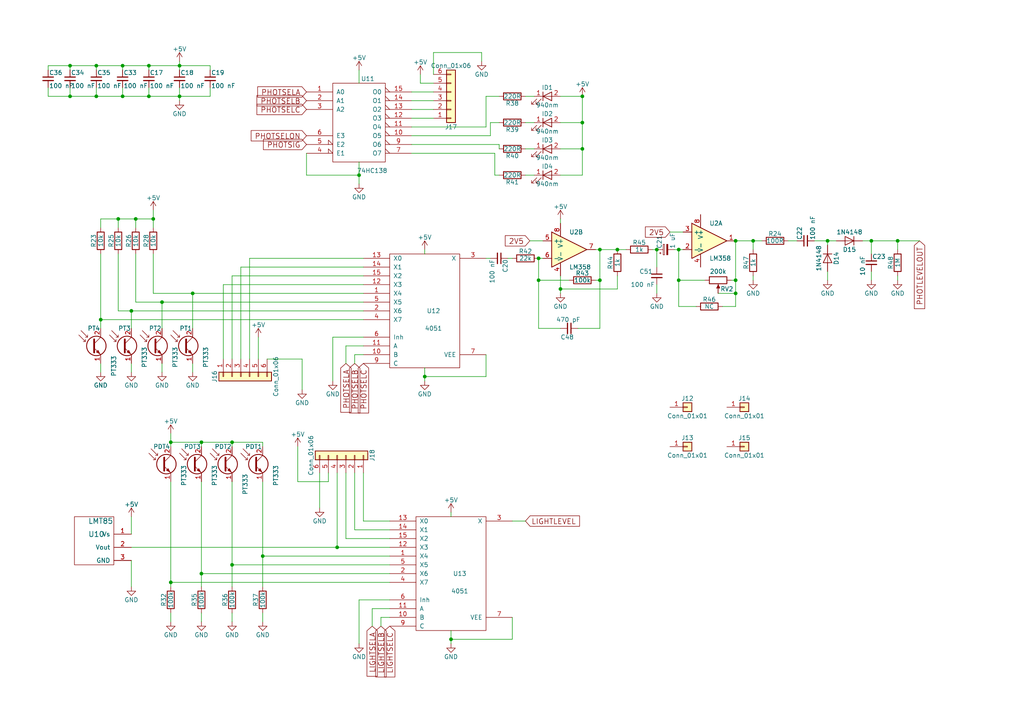
<source format=kicad_sch>
(kicad_sch (version 20230121) (generator eeschema)
  (paper "A4")
  (lib_symbols
    (symbol "ControlBoard-rescue:+5V" (power) (pin_names (offset 0))
      (property "Value" "+5V" (at 0 3.556 0))
      (symbol "+5V_0_1"
        (polyline (pts (xy -0.762 1.27) (xy 0 2.54)))
        (polyline (pts (xy 0 0) (xy 0 2.54)))
        (polyline (pts (xy 0 2.54) (xy 0.762 1.27)))
      )
      (symbol "+5V_1_1"
        (pin power_in line (at 0 0 90) (length 0) hide (name "+5V") (number "1"))
      )
    )
    (symbol "ControlBoard-rescue:4051" (pin_names (offset 1.016))
      (property "Reference" "U" (at 2.54 0 0))
      (property "Value" "4051" (at 2.54 -5.08 0))
      (symbol "4051_0_0"
        (pin power_in line (at 0 16.51 270) (length 0) hide (name "VDD") (number "16"))
        (pin power_in line (at 0 -16.51 90) (length 0) hide (name "VSS") (number "8"))
      )
      (symbol "4051_0_1"
        (rectangle (start -10.16 16.51) (end 10.16 -16.51))
      )
      (symbol "4051_1_1"
        (pin passive line (at -17.78 5.08 0) (length 7.62) (name "X4") (number "1"))
        (pin input line (at -17.78 -12.7 0) (length 7.62) (name "B") (number "10"))
        (pin input line (at -17.78 -10.16 0) (length 7.62) (name "A") (number "11"))
        (pin passive line (at -17.78 7.62 0) (length 7.62) (name "X3") (number "12"))
        (pin passive line (at -17.78 15.24 0) (length 7.62) (name "X0") (number "13"))
        (pin passive line (at -17.78 12.7 0) (length 7.62) (name "X1") (number "14"))
        (pin passive line (at -17.78 10.16 0) (length 7.62) (name "X2") (number "15"))
        (pin passive line (at -17.78 0 0) (length 7.62) (name "X6") (number "2"))
        (pin passive line (at 17.78 15.24 180) (length 7.62) (name "X") (number "3"))
        (pin passive line (at -17.78 -2.54 0) (length 7.62) (name "X7") (number "4"))
        (pin passive line (at -17.78 2.54 0) (length 7.62) (name "X5") (number "5"))
        (pin input line (at -17.78 -7.62 0) (length 7.62) (name "Inh") (number "6"))
        (pin power_in line (at 17.78 -12.7 180) (length 7.62) (name "VEE") (number "7"))
        (pin input line (at -17.78 -15.24 0) (length 7.62) (name "C") (number "9"))
      )
    )
    (symbol "ControlBoard-rescue:74LS138" (pin_names (offset 1.016))
      (property "Reference" "U" (at 2.54 12.7 0))
      (property "Value" "74LS138" (at 3.81 -13.9446 0))
      (symbol "74LS138_0_1"
        (rectangle (start -7.62 11.43) (end 7.62 -11.43))
      )
      (symbol "74LS138_1_1"
        (pin input line (at -15.24 8.89 0) (length 7.62) (name "A0") (number "1"))
        (pin output output_low (at 15.24 -3.81 180) (length 7.62) (name "O5") (number "10"))
        (pin output output_low (at 15.24 -1.27 180) (length 7.62) (name "O4") (number "11"))
        (pin output output_low (at 15.24 1.27 180) (length 7.62) (name "O3") (number "12"))
        (pin output output_low (at 15.24 3.81 180) (length 7.62) (name "O2") (number "13"))
        (pin output output_low (at 15.24 6.35 180) (length 7.62) (name "O1") (number "14"))
        (pin output output_low (at 15.24 8.89 180) (length 7.62) (name "O0") (number "15"))
        (pin power_in line (at 0 11.43 270) (length 0) hide (name "VCC") (number "16"))
        (pin input line (at -15.24 6.35 0) (length 7.62) (name "A1") (number "2"))
        (pin input line (at -15.24 3.81 0) (length 7.62) (name "A2") (number "3"))
        (pin input input_low (at -15.24 -8.89 0) (length 7.62) (name "E1") (number "4"))
        (pin input input_low (at -15.24 -6.35 0) (length 7.62) (name "E2") (number "5"))
        (pin input line (at -15.24 -3.81 0) (length 7.62) (name "E3") (number "6"))
        (pin output output_low (at 15.24 -8.89 180) (length 7.62) (name "O7") (number "7"))
        (pin power_in line (at 0 -11.43 90) (length 0) hide (name "GND") (number "8"))
        (pin output output_low (at 15.24 -6.35 180) (length 7.62) (name "O6") (number "9"))
      )
    )
    (symbol "ControlBoard-rescue:CP_Small" (pin_numbers hide) (pin_names (offset 0.254) hide)
      (property "Reference" "C" (at 0.254 1.778 0))
      (property "Value" "CP_Small" (at 0.254 -2.032 0))
      (symbol "CP_Small_0_1"
        (rectangle (start -1.524 -0.3048) (end 1.524 -0.6858) (fill (type outline)))
        (rectangle (start -1.524 0.6858) (end 1.524 0.3048))
        (polyline (pts (xy -1.27 1.524) (xy -0.762 1.524)))
        (polyline (pts (xy -1.016 1.27) (xy -1.016 1.778)))
      )
      (symbol "CP_Small_1_1"
        (pin passive line (at 0 2.54 270) (length 1.8542) (name "~") (number "1"))
        (pin passive line (at 0 -2.54 90) (length 1.8542) (name "~") (number "2"))
      )
    )
    (symbol "ControlBoard-rescue:C_Small" (pin_numbers hide) (pin_names (offset 0.254) hide)
      (property "Reference" "C" (at 0.254 1.778 0))
      (property "Value" "C_Small" (at 0.254 -2.032 0))
      (symbol "C_Small_0_1"
        (polyline (pts (xy -1.524 -0.508) (xy 1.524 -0.508)) (stroke (width 0.3302)))
        (polyline (pts (xy -1.524 0.508) (xy 1.524 0.508)) (stroke (width 0.3048)))
      )
      (symbol "C_Small_1_1"
        (pin passive line (at 0 2.54 270) (length 2.032) (name "~") (number "1"))
        (pin passive line (at 0 -2.54 90) (length 2.032) (name "~") (number "2"))
      )
    )
    (symbol "ControlBoard-rescue:Conn_01x01" (pin_names (offset 1.016) hide)
      (property "Reference" "J" (at 0 2.54 0))
      (property "Value" "Conn_01x01" (at 0 -2.54 0))
      (symbol "Conn_01x01_1_1"
        (rectangle (start -1.27 0.127) (end 0 -0.127) (stroke (width 0.1524)))
        (rectangle (start -1.27 1.27) (end 1.27 -1.27) (stroke (width 0.254)) (fill (type background)))
        (pin passive line (at -5.08 0 0) (length 3.81) (name "Pin_1") (number "1"))
      )
    )
    (symbol "ControlBoard-rescue:Conn_01x06" (pin_names (offset 1.016) hide)
      (property "Reference" "J" (at 0 7.62 0))
      (property "Value" "Conn_01x06" (at 0 -10.16 0))
      (symbol "Conn_01x06_1_1"
        (rectangle (start -1.27 -7.493) (end 0 -7.747) (stroke (width 0.1524)))
        (rectangle (start -1.27 -4.953) (end 0 -5.207) (stroke (width 0.1524)))
        (rectangle (start -1.27 -2.413) (end 0 -2.667) (stroke (width 0.1524)))
        (rectangle (start -1.27 0.127) (end 0 -0.127) (stroke (width 0.1524)))
        (rectangle (start -1.27 2.667) (end 0 2.413) (stroke (width 0.1524)))
        (rectangle (start -1.27 5.207) (end 0 4.953) (stroke (width 0.1524)))
        (rectangle (start -1.27 6.35) (end 1.27 -8.89) (stroke (width 0.254)) (fill (type background)))
        (pin passive line (at -5.08 5.08 0) (length 3.81) (name "Pin_1") (number "1"))
        (pin passive line (at -5.08 2.54 0) (length 3.81) (name "Pin_2") (number "2"))
        (pin passive line (at -5.08 0 0) (length 3.81) (name "Pin_3") (number "3"))
        (pin passive line (at -5.08 -2.54 0) (length 3.81) (name "Pin_4") (number "4"))
        (pin passive line (at -5.08 -5.08 0) (length 3.81) (name "Pin_5") (number "5"))
        (pin passive line (at -5.08 -7.62 0) (length 3.81) (name "Pin_6") (number "6"))
      )
    )
    (symbol "ControlBoard-rescue:D" (pin_numbers hide) (pin_names (offset 1.016) hide)
      (property "Reference" "D" (at 0 2.54 0))
      (property "Value" "D" (at 0 -2.54 0))
      (symbol "D_0_1"
        (polyline (pts (xy -1.27 1.27) (xy -1.27 -1.27)) (stroke (width 0.2032)))
        (polyline (pts (xy 1.27 0) (xy -1.27 0)))
        (polyline (pts (xy 1.27 1.27) (xy 1.27 -1.27) (xy -1.27 0) (xy 1.27 1.27)) (stroke (width 0.2032)))
      )
      (symbol "D_1_1"
        (pin passive line (at -3.81 0 0) (length 2.54) (name "K") (number "1"))
        (pin passive line (at 3.81 0 180) (length 2.54) (name "A") (number "2"))
      )
    )
    (symbol "ControlBoard-rescue:GND" (power) (pin_names (offset 0))
      (property "Value" "GND" (at 0 -3.81 0))
      (symbol "GND_0_1"
        (polyline (pts (xy 0 0) (xy 0 -1.27) (xy 1.27 -1.27) (xy 0 -2.54) (xy -1.27 -1.27) (xy 0 -1.27)))
      )
      (symbol "GND_1_1"
        (pin power_in line (at 0 0 270) (length 0) hide (name "GND") (number "1"))
      )
    )
    (symbol "ControlBoard-rescue:LED" (pin_names (offset 1.016) hide)
      (property "Reference" "D" (at 0 2.54 0))
      (property "Value" "LED" (at 0 -2.54 0))
      (symbol "LED_0_1"
        (polyline (pts (xy -1.27 -1.27) (xy -1.27 1.27)) (stroke (width 0.2032)))
        (polyline (pts (xy -1.27 0) (xy 1.27 0)))
        (polyline (pts (xy 1.27 -1.27) (xy 1.27 1.27) (xy -1.27 0) (xy 1.27 -1.27)) (stroke (width 0.2032)))
        (polyline (pts (xy -3.048 -0.762) (xy -4.572 -2.286) (xy -3.81 -2.286) (xy -4.572 -2.286) (xy -4.572 -1.524)))
        (polyline (pts (xy -1.778 -0.762) (xy -3.302 -2.286) (xy -2.54 -2.286) (xy -3.302 -2.286) (xy -3.302 -1.524)))
      )
      (symbol "LED_1_1"
        (pin passive line (at -3.81 0 0) (length 2.54) (name "K") (number "1"))
        (pin passive line (at 3.81 0 180) (length 2.54) (name "A") (number "2"))
      )
    )
    (symbol "ControlBoard-rescue:LM358"
      (property "Reference" "U" (at 0 5.08 0))
      (property "Value" "LM358" (at 0 -5.08 0))
      (symbol "LM358_0_1"
        (polyline (pts (xy -5.08 5.08) (xy 5.08 0) (xy -5.08 -5.08) (xy -5.08 5.08)) (stroke (width 0.254)) (fill (type background)))
        (pin power_in line (at -2.54 -7.62 90) (length 3.81) (name "V-") (number "4"))
        (pin power_in line (at -2.54 7.62 270) (length 3.81) (name "V+") (number "8"))
      )
      (symbol "LM358_1_1"
        (pin output line (at 7.62 0 180) (length 2.54) (name "~") (number "1"))
        (pin input line (at -7.62 -2.54 0) (length 2.54) (name "-") (number "2"))
        (pin input line (at -7.62 2.54 0) (length 2.54) (name "+") (number "3"))
      )
      (symbol "LM358_2_1"
        (pin input line (at -7.62 2.54 0) (length 2.54) (name "+") (number "5"))
        (pin input line (at -7.62 -2.54 0) (length 2.54) (name "-") (number "6"))
        (pin output line (at 7.62 0 180) (length 2.54) (name "~") (number "7"))
      )
    )
    (symbol "ControlBoard-rescue:POT" (pin_numbers hide) (pin_names (offset 1.016) hide)
      (property "Reference" "RV" (at -4.445 0 90))
      (property "Value" "POT" (at -2.54 0 90))
      (symbol "POT_0_1"
        (polyline (pts (xy 2.54 0) (xy 1.524 0)))
        (polyline (pts (xy 1.143 0) (xy 2.286 0.508) (xy 2.286 -0.508)) (fill (type outline)))
        (rectangle (start 1.016 2.54) (end -1.016 -2.54) (stroke (width 0.254)))
      )
      (symbol "POT_1_1"
        (pin passive line (at 0 3.81 270) (length 1.27) (name "1") (number "1"))
        (pin passive line (at 3.81 0 180) (length 1.27) (name "2") (number "2"))
        (pin passive line (at 0 -3.81 90) (length 1.27) (name "3") (number "3"))
      )
    )
    (symbol "ControlBoard-rescue:Q_Photo_NPN_EC" (pin_names (offset 0) hide)
      (property "Reference" "Q" (at 5.08 1.27 0))
      (property "Value" "Q_Photo_NPN_EC" (at 5.08 -1.27 0))
      (symbol "Q_Photo_NPN_EC_0_1"
        (polyline (pts (xy -1.905 1.27) (xy -2.54 1.27)))
        (polyline (pts (xy -1.27 2.54) (xy -1.905 2.54)))
        (polyline (pts (xy 0.635 0.635) (xy 2.54 2.54)))
        (polyline (pts (xy -3.81 3.175) (xy -1.905 1.27) (xy -1.905 1.905)))
        (polyline (pts (xy -3.175 4.445) (xy -1.27 2.54) (xy -1.27 3.175)))
        (polyline (pts (xy 0.635 -0.635) (xy 2.54 -2.54) (xy 2.54 -2.54)))
        (polyline (pts (xy 0.635 1.905) (xy 0.635 -1.905) (xy 0.635 -1.905)) (stroke (width 0.508)))
        (polyline (pts (xy 1.27 -1.778) (xy 1.778 -1.27) (xy 2.286 -2.286) (xy 1.27 -1.778) (xy 1.27 -1.778)) (fill (type outline)))
        (circle (center 1.27 0) (radius 2.8194) (stroke (width 0.254)))
      )
      (symbol "Q_Photo_NPN_EC_1_1"
        (pin passive line (at 2.54 -5.08 90) (length 2.54) (name "E") (number "1"))
        (pin passive line (at 2.54 5.08 270) (length 2.54) (name "C") (number "2"))
      )
    )
    (symbol "ControlBoard-rescue:R" (pin_numbers hide) (pin_names (offset 0))
      (property "Reference" "R" (at 2.032 0 90))
      (property "Value" "R" (at 0 0 90))
      (symbol "R_0_1"
        (rectangle (start -1.016 -2.54) (end 1.016 2.54) (stroke (width 0.254)))
      )
      (symbol "R_1_1"
        (pin passive line (at 0 3.81 270) (length 1.27) (name "~") (number "1"))
        (pin passive line (at 0 -3.81 90) (length 1.27) (name "~") (number "2"))
      )
    )
    (symbol "lm35:LM35" (pin_names (offset 1.016))
      (property "Reference" "U" (at -5.08 -2.54 0))
      (property "Value" "LM35" (at -6.35 1.27 0))
      (symbol "LM35_0_1"
        (rectangle (start -10.16 2.54) (end 1.27 -11.43))
      )
      (symbol "LM35_1_1"
        (pin input line (at -15.24 -2.54 0) (length 5.08) (name "Vs") (number "1"))
        (pin input line (at -15.24 -6.35 0) (length 5.08) (name "Vout") (number "2"))
        (pin input line (at -15.24 -10.16 0) (length 5.08) (name "GND") (number "3"))
      )
    )
  )
  (junction (at 190.5 72.39))
  (junction (at 218.44 69.85))
  (junction (at 35.56 19.05))
  (junction (at 67.31 163.83))
  (junction (at 46.99 87.63))
  (junction (at 213.36 69.85))
  (junction (at 213.36 85.09))
  (junction (at 44.45 63.5))
  (junction (at 260.35 69.85))
  (junction (at 34.29 63.5))
  (junction (at 52.07 19.05))
  (junction (at 55.88 85.09))
  (junction (at 123.19 109.22))
  (junction (at 49.53 128.27))
  (junction (at 168.91 35.56))
  (junction (at 173.99 72.39))
  (junction (at 35.56 27.94))
  (junction (at 240.03 69.85))
  (junction (at 76.2 161.29))
  (junction (at 168.91 27.94))
  (junction (at 58.42 166.37))
  (junction (at 49.53 168.91))
  (junction (at 196.85 72.39))
  (junction (at 27.94 27.94))
  (junction (at 58.42 128.27))
  (junction (at 156.21 74.93))
  (junction (at 196.85 81.28))
  (junction (at 27.94 19.05))
  (junction (at 39.37 63.5))
  (junction (at 20.32 19.05))
  (junction (at 67.31 128.27))
  (junction (at 104.14 50.8))
  (junction (at 43.18 19.05))
  (junction (at 162.56 83.82))
  (junction (at 213.36 81.28))
  (junction (at 173.99 81.28))
  (junction (at 38.1 90.17))
  (junction (at 179.07 72.39))
  (junction (at 20.32 27.94))
  (junction (at 168.91 43.18))
  (junction (at 156.21 81.28))
  (junction (at 52.07 27.94))
  (junction (at 43.18 27.94))
  (junction (at 29.21 92.71))
  (junction (at 252.73 69.85))
  (junction (at 130.81 185.42))
  (junction (at 97.79 158.75))
  (wire (pts (xy 142.24 74.93) (xy 140.97 74.93)))
  (wire (pts (xy 67.31 80.01) (xy 105.41 80.01)))
  (wire (pts (xy 107.95 176.53) (xy 113.03 176.53)))
  (wire (pts (xy 52.07 27.94) (xy 52.07 29.21)))
  (wire (pts (xy 168.91 43.18) (xy 168.91 50.8)))
  (wire (pts (xy 44.45 85.09) (xy 55.88 85.09)))
  (wire (pts (xy 35.56 27.94) (xy 43.18 27.94)))
  (wire (pts (xy 153.67 69.85) (xy 157.48 69.85)))
  (wire (pts (xy 152.4 151.13) (xy 148.59 151.13)))
  (wire (pts (xy 29.21 73.66) (xy 29.21 92.71)))
  (wire (pts (xy 104.14 186.69) (xy 104.14 173.99)))
  (wire (pts (xy 95.25 137.16) (xy 95.25 139.7)))
  (wire (pts (xy 110.49 181.61) (xy 110.49 179.07)))
  (wire (pts (xy 60.96 27.94) (xy 60.96 25.4)))
  (wire (pts (xy 49.53 180.34) (xy 49.53 177.8)))
  (wire (pts (xy 162.56 63.5) (xy 162.56 64.77)))
  (wire (pts (xy 72.39 74.93) (xy 105.41 74.93)))
  (wire (pts (xy 52.07 25.4) (xy 52.07 27.94)))
  (wire (pts (xy 46.99 107.95) (xy 46.99 105.41)))
  (wire (pts (xy 260.35 69.85) (xy 266.7 69.85)))
  (wire (pts (xy 121.92 21.59) (xy 121.92 24.13)))
  (wire (pts (xy 35.56 19.05) (xy 43.18 19.05)))
  (wire (pts (xy 13.97 20.32) (xy 13.97 19.05)))
  (wire (pts (xy 49.53 128.27) (xy 58.42 128.27)))
  (wire (pts (xy 96.52 97.79) (xy 105.41 97.79)))
  (wire (pts (xy 67.31 139.7) (xy 67.31 163.83)))
  (wire (pts (xy 143.51 44.45) (xy 143.51 50.8)))
  (wire (pts (xy 213.36 81.28) (xy 212.09 81.28)))
  (wire (pts (xy 102.87 137.16) (xy 102.87 153.67)))
  (wire (pts (xy 165.1 81.28) (xy 156.21 81.28)))
  (wire (pts (xy 52.07 19.05) (xy 52.07 20.32)))
  (wire (pts (xy 123.19 109.22) (xy 123.19 110.49)))
  (wire (pts (xy 119.38 44.45) (xy 143.51 44.45)))
  (wire (pts (xy 190.5 72.39) (xy 189.23 72.39)))
  (wire (pts (xy 250.19 69.85) (xy 252.73 69.85)))
  (wire (pts (xy 154.94 50.8) (xy 152.4 50.8)))
  (wire (pts (xy 29.21 92.71) (xy 105.41 92.71)))
  (wire (pts (xy 44.45 63.5) (xy 44.45 66.04)))
  (wire (pts (xy 67.31 180.34) (xy 67.31 177.8)))
  (wire (pts (xy 218.44 72.39) (xy 218.44 69.85)))
  (wire (pts (xy 142.24 35.56) (xy 144.78 35.56)))
  (wire (pts (xy 240.03 71.12) (xy 240.03 69.85)))
  (wire (pts (xy 13.97 19.05) (xy 20.32 19.05)))
  (wire (pts (xy 162.56 83.82) (xy 179.07 83.82)))
  (wire (pts (xy 27.94 27.94) (xy 35.56 27.94)))
  (wire (pts (xy 49.53 128.27) (xy 49.53 129.54)))
  (wire (pts (xy 58.42 166.37) (xy 58.42 170.18)))
  (wire (pts (xy 113.03 166.37) (xy 58.42 166.37)))
  (wire (pts (xy 46.99 95.25) (xy 46.99 87.63)))
  (wire (pts (xy 102.87 102.87) (xy 105.41 102.87)))
  (wire (pts (xy 162.56 83.82) (xy 162.56 85.09)))
  (wire (pts (xy 52.07 27.94) (xy 60.96 27.94)))
  (wire (pts (xy 35.56 20.32) (xy 35.56 19.05)))
  (wire (pts (xy 100.33 100.33) (xy 105.41 100.33)))
  (wire (pts (xy 140.97 102.87) (xy 140.97 109.22)))
  (wire (pts (xy 29.21 63.5) (xy 29.21 66.04)))
  (wire (pts (xy 64.77 82.55) (xy 64.77 104.14)))
  (wire (pts (xy 142.24 39.37) (xy 142.24 35.56)))
  (wire (pts (xy 168.91 43.18) (xy 162.56 43.18)))
  (wire (pts (xy 39.37 87.63) (xy 39.37 73.66)))
  (wire (pts (xy 190.5 77.47) (xy 190.5 72.39)))
  (wire (pts (xy 44.45 85.09) (xy 44.45 73.66)))
  (wire (pts (xy 123.19 106.68) (xy 123.19 109.22)))
  (wire (pts (xy 76.2 139.7) (xy 76.2 161.29)))
  (wire (pts (xy 168.91 35.56) (xy 168.91 43.18)))
  (wire (pts (xy 198.12 67.31) (xy 194.31 67.31)))
  (wire (pts (xy 119.38 39.37) (xy 142.24 39.37)))
  (wire (pts (xy 252.73 73.66) (xy 252.73 69.85)))
  (wire (pts (xy 38.1 90.17) (xy 105.41 90.17)))
  (wire (pts (xy 34.29 66.04) (xy 34.29 63.5)))
  (wire (pts (xy 105.41 151.13) (xy 113.03 151.13)))
  (wire (pts (xy 67.31 163.83) (xy 67.31 170.18)))
  (wire (pts (xy 179.07 72.39) (xy 181.61 72.39)))
  (wire (pts (xy 69.85 77.47) (xy 105.41 77.47)))
  (wire (pts (xy 168.91 27.94) (xy 162.56 27.94)))
  (wire (pts (xy 58.42 128.27) (xy 67.31 128.27)))
  (wire (pts (xy 55.88 85.09) (xy 105.41 85.09)))
  (wire (pts (xy 173.99 72.39) (xy 173.99 81.28)))
  (wire (pts (xy 168.91 50.8) (xy 162.56 50.8)))
  (wire (pts (xy 95.25 139.7) (xy 86.36 139.7)))
  (wire (pts (xy 196.85 81.28) (xy 196.85 88.9)))
  (wire (pts (xy 76.2 128.27) (xy 76.2 129.54)))
  (wire (pts (xy 20.32 27.94) (xy 27.94 27.94)))
  (wire (pts (xy 87.63 104.14) (xy 77.47 104.14)))
  (wire (pts (xy 173.99 95.25) (xy 167.64 95.25)))
  (wire (pts (xy 156.21 74.93) (xy 156.21 81.28)))
  (wire (pts (xy 162.56 80.01) (xy 162.56 83.82)))
  (wire (pts (xy 58.42 129.54) (xy 58.42 128.27)))
  (wire (pts (xy 148.59 185.42) (xy 130.81 185.42)))
  (wire (pts (xy 97.79 158.75) (xy 113.03 158.75)))
  (wire (pts (xy 240.03 69.85) (xy 242.57 69.85)))
  (wire (pts (xy 52.07 19.05) (xy 60.96 19.05)))
  (wire (pts (xy 130.81 185.42) (xy 130.81 186.69)))
  (wire (pts (xy 107.95 181.61) (xy 107.95 176.53)))
  (wire (pts (xy 20.32 25.4) (xy 20.32 27.94)))
  (wire (pts (xy 64.77 82.55) (xy 105.41 82.55)))
  (wire (pts (xy 140.97 27.94) (xy 144.78 27.94)))
  (wire (pts (xy 179.07 83.82) (xy 179.07 80.01)))
  (wire (pts (xy 110.49 179.07) (xy 113.03 179.07)))
  (wire (pts (xy 76.2 180.34) (xy 76.2 177.8)))
  (wire (pts (xy 29.21 107.95) (xy 29.21 105.41)))
  (wire (pts (xy 97.79 158.75) (xy 97.79 137.16)))
  (wire (pts (xy 140.97 36.83) (xy 140.97 27.94)))
  (wire (pts (xy 55.88 95.25) (xy 55.88 85.09)))
  (wire (pts (xy 125.73 21.59) (xy 125.73 15.24)))
  (wire (pts (xy 123.19 72.39) (xy 123.19 73.66)))
  (wire (pts (xy 86.36 139.7) (xy 86.36 129.54)))
  (wire (pts (xy 34.29 63.5) (xy 39.37 63.5)))
  (wire (pts (xy 139.7 15.24) (xy 139.7 17.78)))
  (wire (pts (xy 213.36 88.9) (xy 209.55 88.9)))
  (wire (pts (xy 102.87 153.67) (xy 113.03 153.67)))
  (wire (pts (xy 67.31 129.54) (xy 67.31 128.27)))
  (wire (pts (xy 58.42 139.7) (xy 58.42 166.37)))
  (wire (pts (xy 27.94 19.05) (xy 27.94 20.32)))
  (wire (pts (xy 88.9 44.45) (xy 88.9 50.8)))
  (wire (pts (xy 231.14 69.85) (xy 228.6 69.85)))
  (wire (pts (xy 154.94 27.94) (xy 152.4 27.94)))
  (wire (pts (xy 260.35 81.28) (xy 260.35 80.01)))
  (wire (pts (xy 252.73 69.85) (xy 260.35 69.85)))
  (wire (pts (xy 38.1 107.95) (xy 38.1 105.41)))
  (wire (pts (xy 252.73 81.28) (xy 252.73 78.74)))
  (wire (pts (xy 43.18 25.4) (xy 43.18 27.94)))
  (wire (pts (xy 196.85 72.39) (xy 198.12 72.39)))
  (wire (pts (xy 55.88 107.95) (xy 55.88 105.41)))
  (wire (pts (xy 173.99 81.28) (xy 172.72 81.28)))
  (wire (pts (xy 27.94 19.05) (xy 35.56 19.05)))
  (wire (pts (xy 213.36 85.09) (xy 213.36 88.9)))
  (wire (pts (xy 213.36 81.28) (xy 213.36 85.09)))
  (wire (pts (xy 157.48 74.93) (xy 156.21 74.93)))
  (wire (pts (xy 35.56 25.4) (xy 35.56 27.94)))
  (wire (pts (xy 102.87 105.41) (xy 102.87 102.87)))
  (wire (pts (xy 69.85 77.47) (xy 69.85 104.14)))
  (wire (pts (xy 173.99 72.39) (xy 179.07 72.39)))
  (wire (pts (xy 38.1 162.56) (xy 38.1 170.18)))
  (wire (pts (xy 260.35 69.85) (xy 260.35 72.39)))
  (wire (pts (xy 29.21 63.5) (xy 34.29 63.5)))
  (wire (pts (xy 87.63 113.03) (xy 87.63 104.14)))
  (wire (pts (xy 92.71 147.32) (xy 92.71 137.16)))
  (wire (pts (xy 204.47 81.28) (xy 196.85 81.28)))
  (wire (pts (xy 67.31 128.27) (xy 76.2 128.27)))
  (wire (pts (xy 100.33 137.16) (xy 100.33 156.21)))
  (wire (pts (xy 236.22 69.85) (xy 240.03 69.85)))
  (wire (pts (xy 154.94 35.56) (xy 152.4 35.56)))
  (wire (pts (xy 125.73 31.75) (xy 119.38 31.75)))
  (wire (pts (xy 20.32 19.05) (xy 27.94 19.05)))
  (wire (pts (xy 190.5 85.09) (xy 190.5 82.55)))
  (wire (pts (xy 34.29 90.17) (xy 38.1 90.17)))
  (wire (pts (xy 13.97 25.4) (xy 13.97 27.94)))
  (wire (pts (xy 156.21 95.25) (xy 162.56 95.25)))
  (wire (pts (xy 156.21 81.28) (xy 156.21 95.25)))
  (wire (pts (xy 240.03 81.28) (xy 240.03 78.74)))
  (wire (pts (xy 196.85 88.9) (xy 201.93 88.9)))
  (wire (pts (xy 125.73 34.29) (xy 119.38 34.29)))
  (wire (pts (xy 105.41 137.16) (xy 105.41 151.13)))
  (wire (pts (xy 39.37 63.5) (xy 44.45 63.5)))
  (wire (pts (xy 130.81 182.88) (xy 130.81 185.42)))
  (wire (pts (xy 49.53 139.7) (xy 49.53 168.91)))
  (wire (pts (xy 218.44 81.28) (xy 218.44 80.01)))
  (wire (pts (xy 13.97 27.94) (xy 20.32 27.94)))
  (wire (pts (xy 130.81 148.59) (xy 130.81 149.86)))
  (wire (pts (xy 195.58 72.39) (xy 196.85 72.39)))
  (wire (pts (xy 121.92 24.13) (xy 125.73 24.13)))
  (wire (pts (xy 49.53 168.91) (xy 49.53 170.18)))
  (wire (pts (xy 173.99 81.28) (xy 173.99 95.25)))
  (wire (pts (xy 38.1 95.25) (xy 38.1 90.17)))
  (wire (pts (xy 52.07 17.78) (xy 52.07 19.05)))
  (wire (pts (xy 67.31 80.01) (xy 67.31 104.14)))
  (wire (pts (xy 125.73 15.24) (xy 139.7 15.24)))
  (wire (pts (xy 39.37 66.04) (xy 39.37 63.5)))
  (wire (pts (xy 100.33 156.21) (xy 113.03 156.21)))
  (wire (pts (xy 168.91 27.94) (xy 168.91 35.56)))
  (wire (pts (xy 113.03 161.29) (xy 76.2 161.29)))
  (wire (pts (xy 119.38 36.83) (xy 140.97 36.83)))
  (wire (pts (xy 104.14 20.32) (xy 104.14 24.13)))
  (wire (pts (xy 168.91 35.56) (xy 162.56 35.56)))
  (wire (pts (xy 67.31 163.83) (xy 113.03 163.83)))
  (wire (pts (xy 113.03 168.91) (xy 49.53 168.91)))
  (wire (pts (xy 44.45 60.96) (xy 44.45 63.5)))
  (wire (pts (xy 104.14 173.99) (xy 113.03 173.99)))
  (wire (pts (xy 29.21 92.71) (xy 29.21 95.25)))
  (wire (pts (xy 218.44 69.85) (xy 220.98 69.85)))
  (wire (pts (xy 125.73 29.21) (xy 119.38 29.21)))
  (wire (pts (xy 43.18 20.32) (xy 43.18 19.05)))
  (wire (pts (xy 196.85 72.39) (xy 196.85 81.28)))
  (wire (pts (xy 96.52 110.49) (xy 96.52 97.79)))
  (wire (pts (xy 34.29 90.17) (xy 34.29 73.66)))
  (wire (pts (xy 20.32 19.05) (xy 20.32 20.32)))
  (wire (pts (xy 213.36 85.09) (xy 208.28 85.09)))
  (wire (pts (xy 43.18 19.05) (xy 52.07 19.05)))
  (wire (pts (xy 140.97 109.22) (xy 123.19 109.22)))
  (wire (pts (xy 38.1 149.86) (xy 38.1 154.94)))
  (wire (pts (xy 125.73 26.67) (xy 119.38 26.67)))
  (wire (pts (xy 46.99 87.63) (xy 105.41 87.63)))
  (wire (pts (xy 58.42 180.34) (xy 58.42 177.8)))
  (wire (pts (xy 60.96 19.05) (xy 60.96 20.32)))
  (wire (pts (xy 143.51 50.8) (xy 144.78 50.8)))
  (wire (pts (xy 39.37 87.63) (xy 46.99 87.63)))
  (wire (pts (xy 104.14 50.8) (xy 104.14 53.34)))
  (wire (pts (xy 172.72 72.39) (xy 173.99 72.39)))
  (wire (pts (xy 76.2 161.29) (xy 76.2 170.18)))
  (wire (pts (xy 38.1 158.75) (xy 97.79 158.75)))
  (wire (pts (xy 43.18 27.94) (xy 52.07 27.94)))
  (wire (pts (xy 148.59 74.93) (xy 147.32 74.93)))
  (wire (pts (xy 144.78 41.91) (xy 144.78 43.18)))
  (wire (pts (xy 154.94 43.18) (xy 152.4 43.18)))
  (wire (pts (xy 213.36 69.85) (xy 213.36 81.28)))
  (wire (pts (xy 88.9 50.8) (xy 104.14 50.8)))
  (wire (pts (xy 27.94 25.4) (xy 27.94 27.94)))
  (wire (pts (xy 148.59 179.07) (xy 148.59 185.42)))
  (wire (pts (xy 213.36 69.85) (xy 218.44 69.85)))
  (wire (pts (xy 49.53 125.73) (xy 49.53 128.27)))
  (wire (pts (xy 119.38 41.91) (xy 144.78 41.91)))
  (wire (pts (xy 100.33 105.41) (xy 100.33 100.33)))
  (wire (pts (xy 104.14 46.99) (xy 104.14 50.8)))
  (wire (pts (xy 74.93 97.79) (xy 74.93 104.14)))
  (wire (pts (xy 72.39 74.93) (xy 72.39 104.14)))
  (global_label "PHOTSELA" (shape input) (at 88.9 26.67 180) (effects (font (size 1.524 1.524))) (property "Intersheetrefs" "${INTERSHEET_REFS}" (effects hide)))
  (global_label "LIGHTSELC" (shape input) (at 113.03 181.61 270) (effects (font (size 1.524 1.524))) (property "Intersheetrefs" "${INTERSHEET_REFS}" (effects hide)))
  (global_label "2V5" (shape input) (at 153.67 69.85 180) (effects (font (size 1.524 1.524))) (property "Intersheetrefs" "${INTERSHEET_REFS}" (effects hide)))
  (global_label "PHOTSELB" (shape input) (at 102.87 105.41 270) (effects (font (size 1.524 1.524))) (property "Intersheetrefs" "${INTERSHEET_REFS}" (effects hide)))
  (global_label "PHOTSELON" (shape input) (at 88.9 39.37 180) (effects (font (size 1.524 1.524))) (property "Intersheetrefs" "${INTERSHEET_REFS}" (effects hide)))
  (global_label "2V5" (shape input) (at 194.31 67.31 180) (effects (font (size 1.524 1.524))) (property "Intersheetrefs" "${INTERSHEET_REFS}" (effects hide)))
  (global_label "PHOTSELA" (shape input) (at 100.33 105.41 270) (effects (font (size 1.524 1.524))) (property "Intersheetrefs" "${INTERSHEET_REFS}" (effects hide)))
  (global_label "PHOTSELC" (shape input) (at 105.41 105.41 270) (effects (font (size 1.524 1.524))) (property "Intersheetrefs" "${INTERSHEET_REFS}" (effects hide)))
  (global_label "PHOTSELC" (shape input) (at 88.9 31.75 180) (effects (font (size 1.524 1.524))) (property "Intersheetrefs" "${INTERSHEET_REFS}" (effects hide)))
  (global_label "LIGHTSELB" (shape input) (at 110.49 181.61 270) (effects (font (size 1.524 1.524))) (property "Intersheetrefs" "${INTERSHEET_REFS}" (effects hide)))
  (global_label "PHOTLEVELOUT" (shape input) (at 266.7 69.85 270) (effects (font (size 1.524 1.524))) (property "Intersheetrefs" "${INTERSHEET_REFS}" (effects hide)))
  (global_label "PHOTSIG" (shape input) (at 88.9 41.91 180) (effects (font (size 1.524 1.524))) (property "Intersheetrefs" "${INTERSHEET_REFS}" (effects hide)))
  (global_label "PHOTSELB" (shape input) (at 88.9 29.21 180) (effects (font (size 1.524 1.524))) (property "Intersheetrefs" "${INTERSHEET_REFS}" (effects hide)))
  (global_label "LIGHTSELA" (shape input) (at 107.95 181.61 270) (effects (font (size 1.524 1.524))) (property "Intersheetrefs" "${INTERSHEET_REFS}" (effects hide)))
  (global_label "LIGHTLEVEL" (shape input) (at 152.4 151.13 0) (effects (font (size 1.524 1.524))) (property "Intersheetrefs" "${INTERSHEET_REFS}" (effects hide)))
  (symbol (lib_id "ControlBoard-rescue:4051") (at 123.19 90.17 0) (unit 1)
    (property "Reference" "U12" (at 125.73 90.17 0))
    (property "Value" "4051" (at 125.73 95.25 0))
    (property "Footprint" "Housings_DIP:DIP-16_W7.62mm_Socket" (effects hide))
  )
  (symbol (lib_id "ControlBoard-rescue:+5V") (at 123.19 72.39 0) (unit 1)
    (property "Reference" "#PWR079" (effects hide))
    (property "Value" "+5V" (at 123.19 68.834 0))
  )
  (symbol (lib_id "ControlBoard-rescue:GND") (at 123.19 110.49 0) (unit 1)
    (property "Reference" "#PWR080" (effects hide))
    (property "Value" "GND" (at 123.19 114.3 0))
  )
  (symbol (lib_id "ControlBoard-rescue:74LS138") (at 104.14 35.56 0) (unit 1)
    (property "Reference" "U11" (at 106.68 22.86 0))
    (property "Value" "74HC138" (at 107.95 49.5046 0))
    (property "Footprint" "Housings_DIP:DIP-16_W7.62mm_Socket" (effects hide))
  )
  (symbol (lib_id "ControlBoard-rescue:+5V") (at 104.14 20.32 0) (unit 1)
    (property "Reference" "#PWR075" (effects hide))
    (property "Value" "+5V" (at 104.14 16.764 0))
  )
  (symbol (lib_id "ControlBoard-rescue:GND") (at 104.14 53.34 0) (unit 1)
    (property "Reference" "#PWR076" (effects hide))
    (property "Value" "GND" (at 104.14 57.15 0))
  )
  (symbol (lib_id "ControlBoard-rescue:LED") (at 158.75 27.94 0) (unit 1)
    (property "Reference" "ID1" (at 158.75 25.4 0))
    (property "Value" "940nm" (at 158.75 30.48 0))
    (property "Footprint" "LEDs:LED_D5.0mm" (effects hide))
  )
  (symbol (lib_id "ControlBoard-rescue:R") (at 148.59 27.94 270) (unit 1)
    (property "Reference" "R38" (at 148.59 29.972 90))
    (property "Value" "220R" (at 148.59 27.94 90))
    (property "Footprint" "Resistors_THT:R_Axial_DIN0207_L6.3mm_D2.5mm_P7.62mm_Horizontal" (effects hide))
  )
  (symbol (lib_id "ControlBoard-rescue:+5V") (at 168.91 27.94 0) (unit 1)
    (property "Reference" "#PWR086" (effects hide))
    (property "Value" "+5V" (at 168.91 24.384 0))
  )
  (symbol (lib_id "ControlBoard-rescue:LED") (at 158.75 35.56 0) (unit 1)
    (property "Reference" "ID2" (at 158.75 33.02 0))
    (property "Value" "940nm" (at 158.75 38.1 0))
    (property "Footprint" "LEDs:LED_D5.0mm" (effects hide))
  )
  (symbol (lib_id "ControlBoard-rescue:R") (at 148.59 35.56 270) (unit 1)
    (property "Reference" "R39" (at 148.59 37.592 90))
    (property "Value" "220R" (at 148.59 35.56 90))
    (property "Footprint" "Resistors_THT:R_Axial_DIN0207_L6.3mm_D2.5mm_P7.62mm_Horizontal" (effects hide))
  )
  (symbol (lib_id "ControlBoard-rescue:R") (at 148.59 43.18 270) (unit 1)
    (property "Reference" "R40" (at 148.59 45.212 90))
    (property "Value" "220R" (at 148.59 43.18 90))
    (property "Footprint" "Resistors_THT:R_Axial_DIN0207_L6.3mm_D2.5mm_P7.62mm_Horizontal" (effects hide))
  )
  (symbol (lib_id "ControlBoard-rescue:LED") (at 158.75 43.18 0) (unit 1)
    (property "Reference" "ID3" (at 158.75 40.64 0))
    (property "Value" "940nm" (at 158.75 45.72 0))
    (property "Footprint" "LEDs:LED_D5.0mm" (effects hide))
  )
  (symbol (lib_id "ControlBoard-rescue:R") (at 148.59 50.8 270) (unit 1)
    (property "Reference" "R41" (at 148.59 52.832 90))
    (property "Value" "220R" (at 148.59 50.8 90))
    (property "Footprint" "Resistors_THT:R_Axial_DIN0207_L6.3mm_D2.5mm_P7.62mm_Horizontal" (effects hide))
  )
  (symbol (lib_id "ControlBoard-rescue:LED") (at 158.75 50.8 0) (unit 1)
    (property "Reference" "ID4" (at 158.75 48.26 0))
    (property "Value" "940nm" (at 158.75 53.34 0))
    (property "Footprint" "LEDs:LED_D5.0mm" (effects hide))
  )
  (symbol (lib_id "ControlBoard-rescue:R") (at 44.45 69.85 180) (unit 1)
    (property "Reference" "R28" (at 42.418 69.85 90))
    (property "Value" "10k" (at 44.45 69.85 90))
    (property "Footprint" "Resistors_THT:R_Axial_DIN0207_L6.3mm_D2.5mm_P7.62mm_Horizontal" (effects hide))
  )
  (symbol (lib_id "ControlBoard-rescue:R") (at 39.37 69.85 180) (unit 1)
    (property "Reference" "R26" (at 37.338 69.85 90))
    (property "Value" "10k" (at 39.37 69.85 90))
    (property "Footprint" "Resistors_THT:R_Axial_DIN0207_L6.3mm_D2.5mm_P7.62mm_Horizontal" (effects hide))
  )
  (symbol (lib_id "ControlBoard-rescue:R") (at 34.29 69.85 180) (unit 1)
    (property "Reference" "R25" (at 32.258 69.85 90))
    (property "Value" "10k" (at 34.29 69.85 90))
    (property "Footprint" "Resistors_THT:R_Axial_DIN0207_L6.3mm_D2.5mm_P7.62mm_Horizontal" (effects hide))
  )
  (symbol (lib_id "ControlBoard-rescue:R") (at 29.21 69.85 180) (unit 1)
    (property "Reference" "R23" (at 27.178 69.85 90))
    (property "Value" "10k" (at 29.21 69.85 90))
    (property "Footprint" "Resistors_THT:R_Axial_DIN0207_L6.3mm_D2.5mm_P7.62mm_Horizontal" (effects hide))
  )
  (symbol (lib_id "ControlBoard-rescue:+5V") (at 44.45 60.96 0) (unit 1)
    (property "Reference" "#PWR060" (effects hide))
    (property "Value" "+5V" (at 44.45 57.404 0))
  )
  (symbol (lib_id "ControlBoard-rescue:C_Small") (at 52.07 22.86 0) (unit 1)
    (property "Reference" "C18" (at 52.324 21.082 0) (effects (justify left)))
    (property "Value" "100 nF" (at 52.324 24.892 0) (effects (justify left)))
    (property "Footprint" "Capacitors_THT:C_Disc_D5.0mm_W2.5mm_P2.50mm" (effects hide))
  )
  (symbol (lib_id "ControlBoard-rescue:+5V") (at 52.07 17.78 0) (unit 1)
    (property "Reference" "#PWR064" (effects hide))
    (property "Value" "+5V" (at 52.07 14.224 0))
  )
  (symbol (lib_id "ControlBoard-rescue:GND") (at 52.07 29.21 0) (unit 1)
    (property "Reference" "#PWR065" (effects hide))
    (property "Value" "GND" (at 52.07 33.02 0))
  )
  (symbol (lib_id "ControlBoard-rescue:C_Small") (at 60.96 22.86 0) (unit 1)
    (property "Reference" "C19" (at 61.214 21.082 0) (effects (justify left)))
    (property "Value" "100 nF" (at 61.214 24.892 0) (effects (justify left)))
    (property "Footprint" "Capacitors_THT:C_Disc_D5.0mm_W2.5mm_P2.50mm" (effects hide))
  )
  (symbol (lib_id "ControlBoard-rescue:C_Small") (at 43.18 22.86 0) (unit 1)
    (property "Reference" "C17" (at 43.434 21.082 0) (effects (justify left)))
    (property "Value" "100 nF" (at 43.434 24.892 0) (effects (justify left)))
    (property "Footprint" "Capacitors_THT:C_Disc_D5.0mm_W2.5mm_P2.50mm" (effects hide))
  )
  (symbol (lib_id "ControlBoard-rescue:GND") (at 96.52 110.49 0) (unit 1)
    (property "Reference" "#PWR074" (effects hide))
    (property "Value" "GND" (at 96.52 114.3 0))
  )
  (symbol (lib_id "ControlBoard-rescue:Q_Photo_NPN_EC") (at 53.34 100.33 0) (unit 1)
    (property "Reference" "PT1" (at 52.07 95.25 0) (effects (justify left)))
    (property "Value" "PT333" (at 59.69 106.68 90) (effects (justify left)))
    (property "Footprint" "LEDs:LED_D5.0mm" (effects hide))
  )
  (symbol (lib_id "ControlBoard-rescue:Conn_01x06") (at 130.81 29.21 0) (mirror x) (unit 1)
    (property "Reference" "J17" (at 130.81 36.83 0))
    (property "Value" "Conn_01x06" (at 130.81 19.05 0))
    (property "Footprint" "Pin_Headers:Pin_Header_Straight_1x06_Pitch2.54mm" (effects hide))
  )
  (symbol (lib_id "ControlBoard-rescue:GND") (at 139.7 17.78 0) (unit 1)
    (property "Reference" "#PWR083" (effects hide))
    (property "Value" "GND" (at 139.7 21.59 0))
  )
  (symbol (lib_id "ControlBoard-rescue:GND") (at 55.88 107.95 0) (unit 1)
    (property "Reference" "#PWR066" (effects hide))
    (property "Value" "GND" (at 55.88 111.76 0))
  )
  (symbol (lib_id "ControlBoard-rescue:Q_Photo_NPN_EC") (at 44.45 100.33 0) (unit 1)
    (property "Reference" "PT2" (at 43.18 95.25 0) (effects (justify left)))
    (property "Value" "PT333" (at 50.8 106.68 90) (effects (justify left)))
    (property "Footprint" "LEDs:LED_D5.0mm" (effects hide))
  )
  (symbol (lib_id "ControlBoard-rescue:GND") (at 46.99 107.95 0) (unit 1)
    (property "Reference" "#PWR061" (effects hide))
    (property "Value" "GND" (at 46.99 111.76 0))
  )
  (symbol (lib_id "ControlBoard-rescue:Q_Photo_NPN_EC") (at 35.56 100.33 0) (unit 1)
    (property "Reference" "PT3" (at 34.29 95.25 0) (effects (justify left)))
    (property "Value" "PT333" (at 41.91 106.68 90) (effects (justify left)))
    (property "Footprint" "LEDs:LED_D5.0mm" (effects hide))
  )
  (symbol (lib_id "ControlBoard-rescue:GND") (at 38.1 107.95 0) (unit 1)
    (property "Reference" "#PWR057" (effects hide))
    (property "Value" "GND" (at 38.1 111.76 0))
  )
  (symbol (lib_id "ControlBoard-rescue:Q_Photo_NPN_EC") (at 26.67 100.33 0) (unit 1)
    (property "Reference" "PT4" (at 25.4 95.25 0) (effects (justify left)))
    (property "Value" "PT333" (at 33.02 109.22 90) (effects (justify left)))
    (property "Footprint" "LEDs:LED_D5.0mm" (effects hide))
  )
  (symbol (lib_id "ControlBoard-rescue:GND") (at 29.21 107.95 0) (unit 1)
    (property "Reference" "#PWR056" (effects hide))
    (property "Value" "GND" (at 29.21 111.76 0))
  )
  (symbol (lib_id "ControlBoard-rescue:LM358") (at 165.1 72.39 0) (unit 2)
    (property "Reference" "U2" (at 165.1 67.31 0) (effects (justify left)))
    (property "Value" "LM358" (at 165.1 77.47 0) (effects (justify left)))
    (property "Footprint" "Housings_DIP:DIP-8_W7.62mm_Socket" (effects hide))
  )
  (symbol (lib_id "ControlBoard-rescue:GND") (at 162.56 85.09 0) (unit 1)
    (property "Reference" "#PWR085" (effects hide))
    (property "Value" "GND" (at 162.56 88.9 0))
  )
  (symbol (lib_id "ControlBoard-rescue:+5V") (at 162.56 63.5 0) (unit 1)
    (property "Reference" "#PWR084" (effects hide))
    (property "Value" "+5V" (at 162.56 59.944 0))
  )
  (symbol (lib_id "ControlBoard-rescue:Conn_01x06") (at 100.33 132.08 270) (mirror x) (unit 1)
    (property "Reference" "J18" (at 107.95 132.08 0))
    (property "Value" "Conn_01x06" (at 90.17 132.08 0))
    (property "Footprint" "Pin_Headers:Pin_Header_Straight_1x06_Pitch2.54mm" (effects hide))
  )
  (symbol (lib_id "ControlBoard-rescue:LM358") (at 205.74 69.85 0) (unit 1)
    (property "Reference" "U2" (at 205.74 64.77 0) (effects (justify left)))
    (property "Value" "LM358" (at 205.74 74.93 0) (effects (justify left)))
    (property "Footprint" "Housings_DIP:DIP-8_W7.62mm_Socket" (effects hide))
  )
  (symbol (lib_id "ControlBoard-rescue:GND") (at 92.71 147.32 0) (unit 1)
    (property "Reference" "#PWR073" (effects hide))
    (property "Value" "GND" (at 92.71 151.13 0))
  )
  (symbol (lib_id "ControlBoard-rescue:R") (at 185.42 72.39 90) (unit 1)
    (property "Reference" "R45" (at 185.42 70.358 90))
    (property "Value" "1k" (at 185.42 72.39 90))
    (property "Footprint" "Resistors_THT:R_Axial_DIN0207_L6.3mm_D2.5mm_P7.62mm_Horizontal" (effects hide))
  )
  (symbol (lib_id "ControlBoard-rescue:+5V") (at 86.36 129.54 0) (unit 1)
    (property "Reference" "#PWR071" (effects hide))
    (property "Value" "+5V" (at 86.36 125.984 0))
  )
  (symbol (lib_id "ControlBoard-rescue:Conn_01x01") (at 199.39 118.11 0) (unit 1)
    (property "Reference" "J12" (at 199.39 115.57 0))
    (property "Value" "Conn_01x01" (at 199.39 120.65 0))
    (property "Footprint" "ControlBoard:IRPair" (effects hide))
  )
  (symbol (lib_id "ControlBoard-rescue:Conn_01x01") (at 215.9 118.11 0) (unit 1)
    (property "Reference" "J14" (at 215.9 115.57 0))
    (property "Value" "Conn_01x01" (at 215.9 120.65 0))
    (property "Footprint" "ControlBoard:IRPair" (effects hide))
  )
  (symbol (lib_id "ControlBoard-rescue:Conn_01x01") (at 215.9 129.54 0) (unit 1)
    (property "Reference" "J15" (at 215.9 127 0))
    (property "Value" "Conn_01x01" (at 215.9 132.08 0))
    (property "Footprint" "ControlBoard:IRPair" (effects hide))
  )
  (symbol (lib_id "ControlBoard-rescue:Conn_01x01") (at 199.39 129.54 0) (unit 1)
    (property "Reference" "J13" (at 199.39 127 0))
    (property "Value" "Conn_01x01" (at 199.39 132.08 0))
    (property "Footprint" "ControlBoard:IRPair" (effects hide))
  )
  (symbol (lib_id "ControlBoard-rescue:R") (at 218.44 76.2 180) (unit 1)
    (property "Reference" "R47" (at 216.408 76.2 90))
    (property "Value" "1k" (at 218.44 76.2 90))
    (property "Footprint" "Resistors_THT:R_Axial_DIN0207_L6.3mm_D2.5mm_P7.62mm_Horizontal" (effects hide))
  )
  (symbol (lib_id "ControlBoard-rescue:GND") (at 218.44 81.28 0) (unit 1)
    (property "Reference" "#PWR088" (effects hide))
    (property "Value" "GND" (at 218.44 85.09 0))
  )
  (symbol (lib_id "ControlBoard-rescue:R") (at 179.07 76.2 180) (unit 1)
    (property "Reference" "R44" (at 177.038 76.2 90))
    (property "Value" "1k" (at 179.07 76.2 90))
    (property "Footprint" "Resistors_THT:R_Axial_DIN0207_L6.3mm_D2.5mm_P7.62mm_Horizontal" (effects hide))
  )
  (symbol (lib_id "ControlBoard-rescue:D") (at 240.03 74.93 270) (unit 1)
    (property "Reference" "D14" (at 242.57 74.93 0))
    (property "Value" "1N4148" (at 237.49 74.93 0))
    (property "Footprint" "Diodes_THT:D_DO-41_SOD81_P7.62mm_Horizontal" (effects hide))
  )
  (symbol (lib_id "ControlBoard-rescue:GND") (at 240.03 81.28 0) (unit 1)
    (property "Reference" "#PWR089" (effects hide))
    (property "Value" "GND" (at 240.03 85.09 0))
  )
  (symbol (lib_id "ControlBoard-rescue:D") (at 246.38 69.85 180) (unit 1)
    (property "Reference" "D15" (at 246.38 72.39 0))
    (property "Value" "1N4148" (at 246.38 67.31 0))
    (property "Footprint" "Diodes_THT:D_DO-41_SOD81_P7.62mm_Horizontal" (effects hide))
  )
  (symbol (lib_id "ControlBoard-rescue:C_Small") (at 252.73 76.2 0) (unit 1)
    (property "Reference" "C23" (at 252.984 74.422 0) (effects (justify left)))
    (property "Value" "10 nF" (at 250.19 80.01 90) (effects (justify left)))
    (property "Footprint" "Capacitors_THT:C_Disc_D5.0mm_W2.5mm_P5.00mm" (effects hide))
  )
  (symbol (lib_id "ControlBoard-rescue:GND") (at 252.73 81.28 0) (unit 1)
    (property "Reference" "#PWR090" (effects hide))
    (property "Value" "GND" (at 252.73 85.09 0))
  )
  (symbol (lib_id "ControlBoard-rescue:R") (at 260.35 76.2 180) (unit 1)
    (property "Reference" "R48" (at 258.318 76.2 90))
    (property "Value" "1M" (at 260.35 76.2 90))
    (property "Footprint" "Resistors_THT:R_Axial_DIN0207_L6.3mm_D2.5mm_P7.62mm_Horizontal" (effects hide))
  )
  (symbol (lib_id "ControlBoard-rescue:C_Small") (at 233.68 69.85 90) (unit 1)
    (property "Reference" "C22" (at 231.902 69.596 0) (effects (justify left)))
    (property "Value" "100 nF" (at 235.712 69.596 0) (effects (justify left)))
    (property "Footprint" "Capacitors_THT:C_Disc_D5.0mm_W2.5mm_P5.00mm" (effects hide))
  )
  (symbol (lib_id "ControlBoard-rescue:GND") (at 260.35 81.28 0) (unit 1)
    (property "Reference" "#PWR091" (effects hide))
    (property "Value" "GND" (at 260.35 85.09 0))
  )
  (symbol (lib_id "ControlBoard-rescue:C_Small") (at 35.56 22.86 0) (unit 1)
    (property "Reference" "C33" (at 35.814 21.082 0) (effects (justify left)))
    (property "Value" "100 nF" (at 35.814 24.892 0) (effects (justify left)))
    (property "Footprint" "Capacitors_THT:C_Disc_D5.0mm_W2.5mm_P2.50mm" (effects hide))
  )
  (symbol (lib_id "ControlBoard-rescue:POT") (at 208.28 81.28 270) (unit 1)
    (property "Reference" "RV2" (at 210.82 83.82 90))
    (property "Value" "200k" (at 208.28 78.74 90))
    (property "Footprint" "Potentiometers:Potentiometer_Trimmer_Bourns_3296W" (effects hide))
  )
  (symbol (lib_id "ControlBoard-rescue:+5V") (at 121.92 21.59 0) (unit 1)
    (property "Reference" "#PWR078" (effects hide))
    (property "Value" "+5V" (at 121.92 18.034 0))
  )
  (symbol (lib_id "ControlBoard-rescue:Conn_01x06") (at 69.85 109.22 90) (mirror x) (unit 1)
    (property "Reference" "J16" (at 62.23 109.22 0))
    (property "Value" "Conn_01x06" (at 80.01 109.22 0))
    (property "Footprint" "Pin_Headers:Pin_Header_Straight_1x06_Pitch2.54mm" (effects hide))
  )
  (symbol (lib_id "ControlBoard-rescue:GND") (at 87.63 113.03 0) (unit 1)
    (property "Reference" "#PWR072" (effects hide))
    (property "Value" "GND" (at 87.63 116.84 0))
  )
  (symbol (lib_id "ControlBoard-rescue:+5V") (at 74.93 97.79 0) (unit 1)
    (property "Reference" "#PWR069" (effects hide))
    (property "Value" "+5V" (at 74.93 94.234 0))
  )
  (symbol (lib_id "ControlBoard-rescue:C_Small") (at 27.94 22.86 0) (unit 1)
    (property "Reference" "C35" (at 28.194 21.082 0) (effects (justify left)))
    (property "Value" "100 nF" (at 28.194 24.892 0) (effects (justify left)))
    (property "Footprint" "Capacitors_THT:C_Disc_D5.0mm_W2.5mm_P2.50mm" (effects hide))
  )
  (symbol (lib_id "ControlBoard-rescue:C_Small") (at 20.32 22.86 0) (unit 1)
    (property "Reference" "C34" (at 20.574 21.082 0) (effects (justify left)))
    (property "Value" "100 nF" (at 20.574 24.892 0) (effects (justify left)))
    (property "Footprint" "Capacitors_THT:C_Disc_D5.0mm_W2.5mm_P2.50mm" (effects hide))
  )
  (symbol (lib_id "ControlBoard-rescue:C_Small") (at 13.97 22.86 0) (unit 1)
    (property "Reference" "C36" (at 14.224 21.082 0) (effects (justify left)))
    (property "Value" "100 nF" (at 14.224 24.892 0) (effects (justify left)))
    (property "Footprint" "Capacitors_THT:C_Disc_D5.0mm_W2.5mm_P2.50mm" (effects hide))
  )
  (symbol (lib_id "ControlBoard-rescue:R") (at 224.79 69.85 90) (unit 1)
    (property "Reference" "R24" (at 224.79 67.818 90))
    (property "Value" "100R" (at 224.79 69.85 90))
    (property "Footprint" "Resistors_THT:R_Axial_DIN0207_L6.3mm_D2.5mm_P7.62mm_Horizontal" (effects hide))
  )
  (symbol (lib_id "ControlBoard-rescue:CP_Small") (at 193.04 72.39 90) (unit 1)
    (property "Reference" "C21" (at 191.262 72.136 0) (effects (justify left)))
    (property "Value" "1 uF" (at 195.072 72.136 0) (effects (justify left)))
    (property "Footprint" "Capacitors_THT:CP_Radial_D5.0mm_P2.50mm" (effects hide))
  )
  (symbol (lib_id "ControlBoard-rescue:R") (at 152.4 74.93 90) (unit 1)
    (property "Reference" "R42" (at 152.4 72.898 90))
    (property "Value" "22k" (at 152.4 74.93 90))
    (property "Footprint" "Resistors_THT:R_Axial_DIN0207_L6.3mm_D2.5mm_P7.62mm_Horizontal" (effects hide))
  )
  (symbol (lib_id "ControlBoard-rescue:R") (at 168.91 81.28 90) (unit 1)
    (property "Reference" "R43" (at 168.91 79.248 90))
    (property "Value" "100k" (at 168.91 81.28 90))
    (property "Footprint" "Resistors_THT:R_Axial_DIN0207_L6.3mm_D2.5mm_P7.62mm_Horizontal" (effects hide))
  )
  (symbol (lib_id "ControlBoard-rescue:R") (at 205.74 88.9 90) (unit 1)
    (property "Reference" "R46" (at 205.74 86.868 90))
    (property "Value" "NC" (at 205.74 88.9 90))
    (property "Footprint" "Resistors_THT:R_Axial_DIN0207_L6.3mm_D2.5mm_P7.62mm_Horizontal" (effects hide))
  )
  (symbol (lib_id "ControlBoard-rescue:4051") (at 130.81 166.37 0) (unit 1)
    (property "Reference" "U13" (at 133.35 166.37 0))
    (property "Value" "4051" (at 133.35 171.45 0))
    (property "Footprint" "Housings_DIP:DIP-16_W7.62mm_Socket" (effects hide))
  )
  (symbol (lib_id "ControlBoard-rescue:+5V") (at 130.81 148.59 0) (unit 1)
    (property "Reference" "#PWR081" (effects hide))
    (property "Value" "+5V" (at 130.81 145.034 0))
  )
  (symbol (lib_id "ControlBoard-rescue:GND") (at 130.81 186.69 0) (unit 1)
    (property "Reference" "#PWR082" (effects hide))
    (property "Value" "GND" (at 130.81 190.5 0))
  )
  (symbol (lib_id "ControlBoard-rescue:R") (at 76.2 173.99 180) (unit 1)
    (property "Reference" "R37" (at 74.168 173.99 90))
    (property "Value" "100k" (at 76.2 173.99 90))
    (property "Footprint" "Resistors_THT:R_Axial_DIN0207_L6.3mm_D2.5mm_P7.62mm_Horizontal" (effects hide))
  )
  (symbol (lib_id "ControlBoard-rescue:R") (at 67.31 173.99 180) (unit 1)
    (property "Reference" "R36" (at 65.278 173.99 90))
    (property "Value" "100k" (at 67.31 173.99 90))
    (property "Footprint" "Resistors_THT:R_Axial_DIN0207_L6.3mm_D2.5mm_P7.62mm_Horizontal" (effects hide))
  )
  (symbol (lib_id "ControlBoard-rescue:R") (at 58.42 173.99 180) (unit 1)
    (property "Reference" "R35" (at 56.388 173.99 90))
    (property "Value" "100k" (at 58.42 173.99 90))
    (property "Footprint" "Resistors_THT:R_Axial_DIN0207_L6.3mm_D2.5mm_P7.62mm_Horizontal" (effects hide))
  )
  (symbol (lib_id "ControlBoard-rescue:R") (at 49.53 173.99 180) (unit 1)
    (property "Reference" "R32" (at 47.498 173.99 90))
    (property "Value" "100k" (at 49.53 173.99 90))
    (property "Footprint" "Resistors_THT:R_Axial_DIN0207_L6.3mm_D2.5mm_P7.62mm_Horizontal" (effects hide))
  )
  (symbol (lib_id "ControlBoard-rescue:GND") (at 104.14 186.69 0) (unit 1)
    (property "Reference" "#PWR077" (effects hide))
    (property "Value" "GND" (at 104.14 190.5 0))
  )
  (symbol (lib_id "ControlBoard-rescue:Q_Photo_NPN_EC") (at 46.99 134.62 0) (unit 1)
    (property "Reference" "PDT4" (at 44.45 129.54 0) (effects (justify left)))
    (property "Value" "PT333" (at 53.34 140.97 90) (effects (justify left)))
    (property "Footprint" "LEDs:LED_D5.0mm" (effects hide))
  )
  (symbol (lib_id "ControlBoard-rescue:Q_Photo_NPN_EC") (at 55.88 134.62 0) (unit 1)
    (property "Reference" "PDT3" (at 53.34 129.54 0) (effects (justify left)))
    (property "Value" "PT333" (at 62.23 140.97 90) (effects (justify left)))
    (property "Footprint" "LEDs:LED_D5.0mm" (effects hide))
  )
  (symbol (lib_id "ControlBoard-rescue:Q_Photo_NPN_EC") (at 73.66 134.62 0) (unit 1)
    (property "Reference" "PDT1" (at 71.12 129.54 0) (effects (justify left)))
    (property "Value" "PT333" (at 80.01 140.97 90) (effects (justify left)))
    (property "Footprint" "LEDs:LED_D5.0mm" (effects hide))
  )
  (symbol (lib_id "ControlBoard-rescue:Q_Photo_NPN_EC") (at 64.77 134.62 0) (unit 1)
    (property "Reference" "PDT2" (at 62.23 129.54 0) (effects (justify left)))
    (property "Value" "PT333" (at 71.12 143.51 90) (effects (justify left)))
    (property "Footprint" "LEDs:LED_D5.0mm" (effects hide))
  )
  (symbol (lib_id "ControlBoard-rescue:+5V") (at 49.53 125.73 0) (unit 1)
    (property "Reference" "#PWR062" (effects hide))
    (property "Value" "+5V" (at 49.53 122.174 0))
  )
  (symbol (lib_id "ControlBoard-rescue:GND") (at 76.2 180.34 0) (unit 1)
    (property "Reference" "#PWR070" (effects hide))
    (property "Value" "GND" (at 76.2 184.15 0))
  )
  (symbol (lib_id "ControlBoard-rescue:GND") (at 67.31 180.34 0) (unit 1)
    (property "Reference" "#PWR068" (effects hide))
    (property "Value" "GND" (at 67.31 184.15 0))
  )
  (symbol (lib_id "ControlBoard-rescue:GND") (at 58.42 180.34 0) (unit 1)
    (property "Reference" "#PWR067" (effects hide))
    (property "Value" "GND" (at 58.42 184.15 0))
  )
  (symbol (lib_id "ControlBoard-rescue:GND") (at 49.53 180.34 0) (unit 1)
    (property "Reference" "#PWR063" (effects hide))
    (property "Value" "GND" (at 49.53 184.15 0))
  )
  (symbol (lib_id "lm35:LM35") (at 22.86 152.4 0) (mirror y) (unit 1)
    (property "Reference" "U10" (at 27.94 154.94 0) (effects (font (size 1.524 1.524))))
    (property "Value" "LMT85" (at 29.21 151.13 0) (effects (font (size 1.524 1.524))))
    (property "Footprint" "TO_SOT_Packages_THT:TO-92_Inline_Wide" (effects hide))
  )
  (symbol (lib_id "ControlBoard-rescue:GND") (at 38.1 170.18 0) (unit 1)
    (property "Reference" "#PWR059" (effects hide))
    (property "Value" "GND" (at 38.1 173.99 0))
  )
  (symbol (lib_id "ControlBoard-rescue:+5V") (at 38.1 149.86 0) (unit 1)
    (property "Reference" "#PWR058" (effects hide))
    (property "Value" "+5V" (at 38.1 146.304 0))
  )
  (symbol (lib_id "ControlBoard-rescue:C_Small") (at 144.78 74.93 270) (unit 1)
    (property "Reference" "C20" (at 146.558 75.184 0) (effects (justify left)))
    (property "Value" "100 nF" (at 142.748 75.184 0) (effects (justify left)))
    (property "Footprint" "Capacitors_THT:C_Disc_D5.0mm_W2.5mm_P5.00mm" (effects hide))
  )
  (symbol (lib_id "ControlBoard-rescue:C_Small") (at 165.1 95.25 270) (unit 1)
    (property "Reference" "C48" (at 162.56 97.79 90) (effects (justify left)))
    (property "Value" "470 pF" (at 161.29 92.71 90) (effects (justify left)))
    (property "Footprint" "Capacitors_THT:C_Disc_D5.0mm_W2.5mm_P5.00mm" (effects hide))
  )
  (symbol (lib_id "ControlBoard-rescue:GND") (at 190.5 85.09 0) (unit 1)
    (property "Reference" "#PWR087" (effects hide))
    (property "Value" "GND" (at 190.5 88.9 0))
  )
  (symbol (lib_id "ControlBoard-rescue:C_Small") (at 190.5 80.01 0) (unit 1)
    (property "Reference" "C51" (at 185.42 78.74 0) (effects (justify left)))
    (property "Value" "100 nF" (at 182.88 82.55 0) (effects (justify left)))
    (property "Footprint" "Capacitors_THT:C_Disc_D5.0mm_W2.5mm_P5.00mm" (effects hide))
  )
)
</source>
